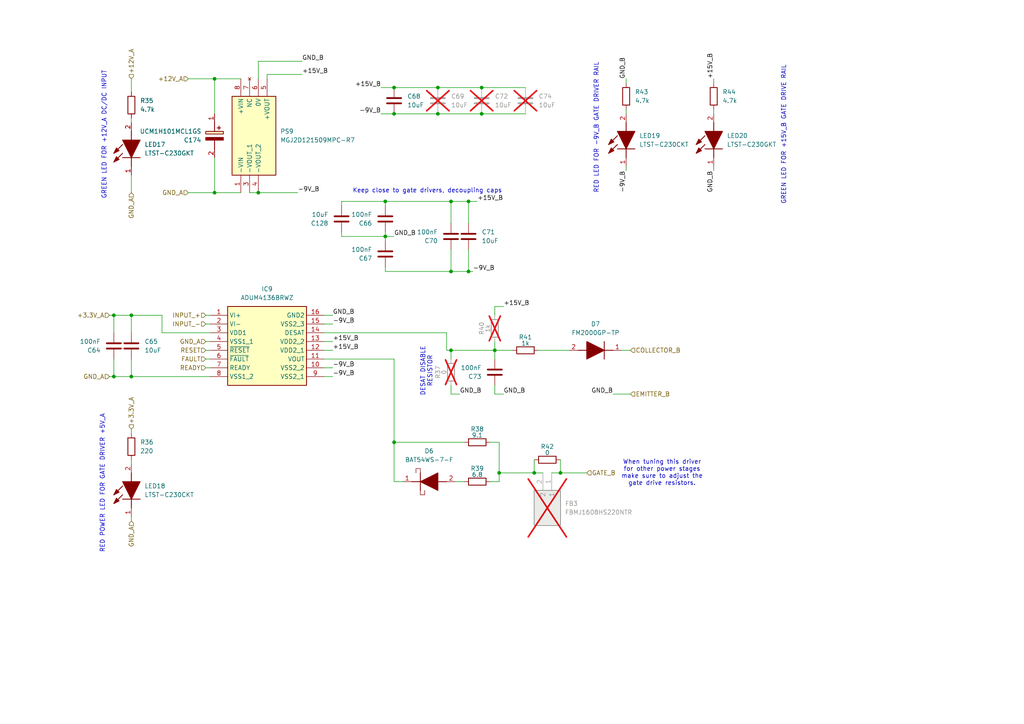
<source format=kicad_sch>
(kicad_sch (version 20250114) (generator "eeschema") (generator_version "9.0")
  (paper "A4")
  (lib_symbols
    (symbol "Device:C" (pin_numbers (hide yes)) (pin_names (offset 0.254))
      (property "Reference" "C" (at 0.635 2.54 0))
      (property "Value" "C" (at 0.635 -2.54 0))
      (symbol "C_0_1"
        (polyline (pts (xy -2.032 0.762) (xy 2.032 0.762)) (stroke (width 0.508)))
        (polyline (pts (xy -2.032 -0.762) (xy 2.032 -0.762)) (stroke (width 0.508)))
      )
      (symbol "C_1_1"
        (pin passive line (at 0 3.81 270) (length 2.794) (name "~") (number "1"))
        (pin passive line (at 0 -3.81 90) (length 2.794) (name "~") (number "2"))
      )
    )
    (symbol "Device:R" (pin_numbers (hide yes)) (pin_names (offset 0))
      (property "Reference" "R" (at 2.032 0 90))
      (property "Value" "R" (at 0 0 90))
      (symbol "R_0_1"
        (rectangle (start -1.016 -2.54) (end 1.016 2.54) (stroke (width 0.254)))
      )
      (symbol "R_1_1"
        (pin passive line (at 0 3.81 270) (length 1.27) (name "~") (number "1"))
        (pin passive line (at 0 -3.81 90) (length 1.27) (name "~") (number "2"))
      )
    )
    (symbol "InverterCom:ADUM4136BRWZ"
      (property "Reference" "IC" (at 29.21 7.62 0))
      (property "Value" "ADUM4136BRWZ" (at 29.21 5.08 0))
      (symbol "ADUM4136BRWZ_1_1"
        (rectangle (start 5.08 2.54) (end 27.94 -20.32) (stroke (width 0.254)) (fill (type background)))
        (pin input line (at 0 0 0) (length 5.08) (name "VI+") (number "1"))
        (pin input line (at 0 -2.54 0) (length 5.08) (name "VI-") (number "2"))
        (pin power_in line (at 0 -5.08 0) (length 5.08) (name "VDD1") (number "3"))
        (pin power_in line (at 0 -7.62 0) (length 5.08) (name "VSS1_1") (number "4"))
        (pin input line (at 0 -10.16 0) (length 5.08) (name "~{RESET}") (number "5"))
        (pin open_collector line (at 0 -12.7 0) (length 5.08) (name "~{FAULT}") (number "6"))
        (pin open_collector line (at 0 -15.24 0) (length 5.08) (name "READY") (number "7"))
        (pin power_in line (at 0 -17.78 0) (length 5.08) (name "VSS1_2") (number "8"))
        (pin power_in line (at 33.02 0 180) (length 5.08) (name "GND2") (number "16"))
        (pin power_in line (at 33.02 -2.54 180) (length 5.08) (name "VSS2_3") (number "15"))
        (pin input line (at 33.02 -5.08 180) (length 5.08) (name "DESAT") (number "14"))
        (pin power_in line (at 33.02 -7.62 180) (length 5.08) (name "VDD2_2") (number "13"))
        (pin power_in line (at 33.02 -10.16 180) (length 5.08) (name "VDD2_1") (number "12"))
        (pin output line (at 33.02 -12.7 180) (length 5.08) (name "VOUT") (number "11"))
        (pin power_in line (at 33.02 -15.24 180) (length 5.08) (name "VSS2_2") (number "10"))
        (pin power_in line (at 33.02 -17.78 180) (length 5.08) (name "VSS2_1") (number "9"))
      )
    )
    (symbol "InverterCom:BAT54WS-7-F" (pin_names (hide yes))
      (property "Reference" "D" (at 11.43 5.08 0))
      (property "Value" "BAT54WS-7-F" (at 11.43 2.54 0))
      (symbol "BAT54WS-7-F_0_1"
        (polyline (pts (xy 5.08 2.54) (xy 5.08 3.81) (xy 3.81 3.81) (xy 3.81 2.54)))
        (polyline (pts (xy 5.08 -2.54) (xy 5.08 -3.81) (xy 6.35 -3.81) (xy 6.35 -2.54)))
      )
      (symbol "BAT54WS-7-F_1_1"
        (polyline (pts (xy 2.54 0) (xy 5.08 0)) (stroke (width 0.254)))
        (polyline (pts (xy 5.08 2.54) (xy 5.08 -2.54)) (stroke (width 0.254)))
        (polyline (pts (xy 5.08 0) (xy 10.16 2.54) (xy 10.16 -2.54) (xy 5.08 0)) (stroke (width 0.254)) (fill (type outline)))
        (polyline (pts (xy 10.16 0) (xy 12.7 0)) (stroke (width 0.254)))
        (pin passive line (at 0 0 0) (length 2.54) (name "K") (number "1"))
        (pin passive line (at 15.24 0 180) (length 2.54) (name "A") (number "2"))
      )
    )
    (symbol "InverterCom:FBMJ1608HS220NTR"
      (property "Reference" "FB" (at 16.51 7.62 0))
      (property "Value" "FBMJ1608HS220NTR" (at 16.51 5.08 0))
      (symbol "FBMJ1608HS220NTR_1_1"
        (rectangle (start 5.08 2.54) (end 15.24 -5.08) (stroke (width 0.254)) (fill (type background)))
        (pin passive line (at 0 0 0) (length 5.08) (name "1") (number "1"))
        (pin passive line (at 0 -2.54 0) (length 5.08) (name "2") (number "2"))
      )
    )
    (symbol "InverterCom:FM2000GP-TP" (pin_names (hide yes))
      (property "Reference" "D" (at 11.43 5.08 0))
      (property "Value" "FM2000GP-TP" (at 11.43 2.54 0))
      (symbol "FM2000GP-TP_1_1"
        (polyline (pts (xy 2.54 0) (xy 5.08 0)) (stroke (width 0.254)))
        (polyline (pts (xy 5.08 2.54) (xy 5.08 -2.54)) (stroke (width 0.254)))
        (polyline (pts (xy 5.08 0) (xy 10.16 2.54) (xy 10.16 -2.54) (xy 5.08 0)) (stroke (width 0.254)) (fill (type outline)))
        (polyline (pts (xy 10.16 0) (xy 12.7 0)) (stroke (width 0.254)))
        (pin passive line (at 0 0 0) (length 2.54) (name "K") (number "1"))
        (pin passive line (at 15.24 0 180) (length 2.54) (name "A") (number "2"))
      )
    )
    (symbol "InverterCom:LTST-C230CKT" (pin_names (hide yes))
      (property "Reference" "LED" (at 12.7 8.89 0))
      (property "Value" "LTST-C230CKT" (at 12.7 6.35 0))
      (symbol "LTST-C230CKT_1_1"
        (polyline (pts (xy 2.54 0) (xy 5.08 0)) (stroke (width 0.254)))
        (polyline (pts (xy 5.08 2.54) (xy 5.08 -2.54)) (stroke (width 0.254)))
        (polyline (pts (xy 5.08 0) (xy 10.16 2.54) (xy 10.16 -2.54) (xy 5.08 0)) (stroke (width 0.254)) (fill (type outline)))
        (polyline (pts (xy 5.334 4.318) (xy 4.572 3.556) (xy 3.81 5.08) (xy 5.334 4.318)) (stroke (width 0.254)) (fill (type outline)))
        (polyline (pts (xy 6.35 2.54) (xy 3.81 5.08)) (stroke (width 0.254)))
        (polyline (pts (xy 7.874 4.318) (xy 7.112 3.556) (xy 6.35 5.08) (xy 7.874 4.318)) (stroke (width 0.254)) (fill (type outline)))
        (polyline (pts (xy 8.89 2.54) (xy 6.35 5.08)) (stroke (width 0.254)))
        (polyline (pts (xy 10.16 0) (xy 12.7 0)) (stroke (width 0.254)))
        (pin passive line (at 0 0 0) (length 2.54) (name "K") (number "1"))
        (pin passive line (at 15.24 0 180) (length 2.54) (name "A") (number "2"))
      )
    )
    (symbol "InverterCom:LTST-C230GKT" (pin_names (hide yes))
      (property "Reference" "LED" (at 12.7 8.89 0))
      (property "Value" "LTST-C230GKT" (at 12.7 6.35 0))
      (symbol "LTST-C230GKT_1_1"
        (polyline (pts (xy 2.54 0) (xy 5.08 0)) (stroke (width 0.254)))
        (polyline (pts (xy 5.08 2.54) (xy 5.08 -2.54)) (stroke (width 0.254)))
        (polyline (pts (xy 5.08 0) (xy 10.16 2.54) (xy 10.16 -2.54) (xy 5.08 0)) (stroke (width 0.254)) (fill (type outline)))
        (polyline (pts (xy 5.334 4.318) (xy 4.572 3.556) (xy 3.81 5.08) (xy 5.334 4.318)) (stroke (width 0.254)) (fill (type outline)))
        (polyline (pts (xy 6.35 2.54) (xy 3.81 5.08)) (stroke (width 0.254)))
        (polyline (pts (xy 7.874 4.318) (xy 7.112 3.556) (xy 6.35 5.08) (xy 7.874 4.318)) (stroke (width 0.254)) (fill (type outline)))
        (polyline (pts (xy 8.89 2.54) (xy 6.35 5.08)) (stroke (width 0.254)))
        (polyline (pts (xy 10.16 0) (xy 12.7 0)) (stroke (width 0.254)))
        (pin passive line (at 0 0 0) (length 2.54) (name "K") (number "1"))
        (pin passive line (at 15.24 0 180) (length 2.54) (name "A") (number "2"))
      )
    )
    (symbol "InverterCom:MGJ2D121509MPC-R7"
      (property "Reference" "PS" (at 29.21 7.62 0))
      (property "Value" "MGJ2D121509MPC-R7" (at 29.21 5.08 0))
      (symbol "MGJ2D121509MPC-R7_1_1"
        (rectangle (start 5.08 2.54) (end 27.94 -10.16) (stroke (width 0.254)) (fill (type background)))
        (pin power_in line (at 0 0 0) (length 5.08) (name "-VIN") (number "1"))
        (pin power_out line (at 0 -2.54 0) (length 5.08) (name "-VOUT_1") (number "3"))
        (pin passive line (at 0 -5.08 0) (length 5.08) (name "-VOUT_2") (number "4"))
        (pin power_in line (at 33.02 0 180) (length 5.08) (name "+VIN") (number "8"))
        (pin no_connect line (at 33.02 -2.54 180) (length 5.08) (name "NC") (number "7"))
        (pin power_out line (at 33.02 -5.08 180) (length 5.08) (name "0V") (number "6"))
        (pin power_out line (at 33.02 -7.62 180) (length 5.08) (name "+VOUT") (number "5"))
      )
    )
    (symbol "InverterCom:UCM1H101MCL1GS" (pin_names (hide yes))
      (property "Reference" "C" (at 8.89 6.35 0))
      (property "Value" "UCM1H101MCL1GS" (at 8.89 3.81 0))
      (symbol "UCM1H101MCL1GS_1_1"
        (polyline (pts (xy 2.54 0) (xy 5.08 0)) (stroke (width 0.254)))
        (polyline (pts (xy 4.064 1.778) (xy 4.064 0.762)) (stroke (width 0.254)))
        (polyline (pts (xy 4.572 1.27) (xy 3.556 1.27)) (stroke (width 0.254)))
        (rectangle (start 5.08 2.54) (end 5.842 -2.54) (stroke (width 0.254)) (fill (type background)))
        (polyline (pts (xy 7.62 2.54) (xy 7.62 -2.54) (xy 6.858 -2.54) (xy 6.858 2.54) (xy 7.62 2.54)) (stroke (width 0.254)) (fill (type outline)))
        (polyline (pts (xy 7.62 0) (xy 10.16 0)) (stroke (width 0.254)))
        (pin passive line (at 0 0 0) (length 2.54) (name "+") (number "1"))
        (pin passive line (at 12.7 0 180) (length 2.54) (name "-") (number "2"))
      )
    )
  )
  (text "When tuning this driver\nfor other power stages\nmake sure to adjust the\ngate drive resistors." (at 192.024 137.16 0) (effects (font (size 1.27 1.27))))
  (text "GREEN LED FOR +12V_A DC/DC INPUT" (at 30.226 39.116 90) (effects (font (size 1.27 1.27))))
  (text "GREEN LED FOR +15V_B GATE DRIVE RAIL" (at 227.33 39.116 90) (effects (font (size 1.27 1.27))))
  (text "Keep close to gate drivers, decoupling caps" (at 123.952 55.372 0) (effects (font (size 1.27 1.27))))
  (text "DESAT DISABLE\nRESISTOR" (at 123.698 107.696 90) (effects (font (size 1.27 1.27))))
  (text "RED POWER LED FOR GATE DRIVER +5V_A" (at 29.718 140.208 90) (effects (font (size 1.27 1.27))))
  (text "RED LED FOR -9V_B GATE DRIVER RAIL" (at 172.974 37.084 90) (effects (font (size 1.27 1.27))))
  (junction (at 38.1 109.22))
  (junction (at 111.76 58.42))
  (junction (at 62.23 55.88))
  (junction (at 127 33.02))
  (junction (at 127 25.4))
  (junction (at 33.02 91.44))
  (junction (at 111.76 68.58))
  (junction (at 154.94 137.16))
  (junction (at 139.7 33.02))
  (junction (at 144.78 137.16))
  (junction (at 74.93 55.88))
  (junction (at 38.1 91.44))
  (junction (at 143.51 101.6))
  (junction (at 135.89 78.74))
  (junction (at 135.89 58.42))
  (junction (at 114.3 128.27))
  (junction (at 130.81 78.74))
  (junction (at 62.23 22.86))
  (junction (at 130.81 101.6))
  (junction (at 162.56 137.16))
  (junction (at 130.81 58.42))
  (junction (at 114.3 25.4))
  (junction (at 33.02 109.22))
  (junction (at 114.3 33.02))
  (junction (at 139.7 25.4))
  (wire (pts (xy 38.1 124.46) (xy 38.1 125.73)))
  (wire (pts (xy 114.3 128.27) (xy 134.62 128.27)))
  (wire (pts (xy 135.89 58.42) (xy 135.89 64.77)))
  (wire (pts (xy 207.01 31.75) (xy 207.01 33.02)))
  (wire (pts (xy 74.93 17.78) (xy 74.93 22.86)))
  (wire (pts (xy 144.78 128.27) (xy 144.78 137.16)))
  (wire (pts (xy 139.7 33.02) (xy 152.4 33.02)))
  (wire (pts (xy 38.1 91.44) (xy 38.1 96.52)))
  (wire (pts (xy 154.94 137.16) (xy 157.48 137.16)))
  (wire (pts (xy 143.51 88.9) (xy 143.51 91.44)))
  (wire (pts (xy 93.98 91.44) (xy 96.52 91.44)))
  (wire (pts (xy 38.1 50.8) (xy 38.1 55.88)))
  (wire (pts (xy 33.02 91.44) (xy 33.02 96.52)))
  (wire (pts (xy 31.75 109.22) (xy 33.02 109.22)))
  (wire (pts (xy 111.76 78.74) (xy 111.76 77.47)))
  (wire (pts (xy 135.89 58.42) (xy 138.43 58.42)))
  (wire (pts (xy 156.21 101.6) (xy 165.1 101.6)))
  (wire (pts (xy 114.3 139.7) (xy 114.3 128.27)))
  (wire (pts (xy 33.02 109.22) (xy 38.1 109.22)))
  (wire (pts (xy 38.1 149.86) (xy 38.1 151.13)))
  (wire (pts (xy 99.06 58.42) (xy 111.76 58.42)))
  (wire (pts (xy 31.75 91.44) (xy 33.02 91.44)))
  (wire (pts (xy 130.81 58.42) (xy 130.81 64.77)))
  (wire (pts (xy 207.01 22.86) (xy 207.01 24.13)))
  (wire (pts (xy 38.1 133.35) (xy 38.1 134.62)))
  (wire (pts (xy 62.23 45.72) (xy 62.23 55.88)))
  (wire (pts (xy 93.98 93.98) (xy 96.52 93.98)))
  (wire (pts (xy 181.61 48.26) (xy 181.61 49.53)))
  (wire (pts (xy 99.06 68.58) (xy 111.76 68.58)))
  (wire (pts (xy 110.49 33.02) (xy 114.3 33.02)))
  (wire (pts (xy 142.24 139.7) (xy 144.78 139.7)))
  (wire (pts (xy 116.84 139.7) (xy 114.3 139.7)))
  (wire (pts (xy 87.63 21.59) (xy 77.47 21.59)))
  (wire (pts (xy 99.06 58.42) (xy 99.06 59.69)))
  (wire (pts (xy 93.98 104.14) (xy 114.3 104.14)))
  (wire (pts (xy 177.8 114.3) (xy 182.88 114.3)))
  (wire (pts (xy 130.81 114.3) (xy 133.35 114.3)))
  (wire (pts (xy 114.3 104.14) (xy 114.3 128.27)))
  (wire (pts (xy 162.56 137.16) (xy 160.02 137.16)))
  (wire (pts (xy 132.08 139.7) (xy 134.62 139.7)))
  (wire (pts (xy 110.49 25.4) (xy 114.3 25.4)))
  (wire (pts (xy 144.78 137.16) (xy 154.94 137.16)))
  (wire (pts (xy 111.76 58.42) (xy 111.76 59.69)))
  (wire (pts (xy 130.81 101.6) (xy 130.81 104.14)))
  (wire (pts (xy 93.98 96.52) (xy 129.54 96.52)))
  (wire (pts (xy 60.96 104.14) (xy 59.69 104.14)))
  (wire (pts (xy 96.52 109.22) (xy 93.98 109.22)))
  (wire (pts (xy 130.81 111.76) (xy 130.81 114.3)))
  (wire (pts (xy 38.1 109.22) (xy 60.96 109.22)))
  (wire (pts (xy 180.34 101.6) (xy 182.88 101.6)))
  (wire (pts (xy 60.96 93.98) (xy 59.69 93.98)))
  (wire (pts (xy 54.61 55.88) (xy 62.23 55.88)))
  (wire (pts (xy 114.3 25.4) (xy 127 25.4)))
  (wire (pts (xy 146.05 114.3) (xy 143.51 114.3)))
  (wire (pts (xy 62.23 22.86) (xy 69.85 22.86)))
  (wire (pts (xy 130.81 58.42) (xy 135.89 58.42)))
  (wire (pts (xy 38.1 22.86) (xy 38.1 26.67)))
  (wire (pts (xy 154.94 133.35) (xy 154.94 137.16)))
  (wire (pts (xy 111.76 67.31) (xy 111.76 68.58)))
  (wire (pts (xy 111.76 78.74) (xy 130.81 78.74)))
  (wire (pts (xy 170.18 137.16) (xy 162.56 137.16)))
  (wire (pts (xy 143.51 114.3) (xy 143.51 111.76)))
  (wire (pts (xy 135.89 72.39) (xy 135.89 78.74)))
  (wire (pts (xy 96.52 101.6) (xy 93.98 101.6)))
  (wire (pts (xy 181.61 31.75) (xy 181.61 33.02)))
  (wire (pts (xy 60.96 101.6) (xy 59.69 101.6)))
  (wire (pts (xy 142.24 128.27) (xy 144.78 128.27)))
  (wire (pts (xy 146.05 88.9) (xy 143.51 88.9)))
  (wire (pts (xy 96.52 99.06) (xy 93.98 99.06)))
  (wire (pts (xy 181.61 22.86) (xy 181.61 24.13)))
  (wire (pts (xy 33.02 91.44) (xy 38.1 91.44)))
  (wire (pts (xy 129.54 96.52) (xy 129.54 101.6)))
  (wire (pts (xy 60.96 99.06) (xy 59.69 99.06)))
  (wire (pts (xy 54.61 22.86) (xy 62.23 22.86)))
  (wire (pts (xy 111.76 68.58) (xy 114.3 68.58)))
  (wire (pts (xy 99.06 67.31) (xy 99.06 68.58)))
  (wire (pts (xy 38.1 34.29) (xy 38.1 35.56)))
  (wire (pts (xy 143.51 101.6) (xy 143.51 104.14)))
  (wire (pts (xy 144.78 137.16) (xy 144.78 139.7)))
  (wire (pts (xy 130.81 101.6) (xy 143.51 101.6)))
  (wire (pts (xy 46.99 96.52) (xy 60.96 96.52)))
  (wire (pts (xy 148.59 101.6) (xy 143.51 101.6)))
  (wire (pts (xy 127 33.02) (xy 139.7 33.02)))
  (wire (pts (xy 111.76 69.85) (xy 111.76 68.58)))
  (wire (pts (xy 60.96 91.44) (xy 59.69 91.44)))
  (wire (pts (xy 129.54 101.6) (xy 130.81 101.6)))
  (wire (pts (xy 130.81 78.74) (xy 135.89 78.74)))
  (wire (pts (xy 139.7 25.4) (xy 152.4 25.4)))
  (wire (pts (xy 38.1 91.44) (xy 46.99 91.44)))
  (wire (pts (xy 114.3 33.02) (xy 127 33.02)))
  (wire (pts (xy 46.99 91.44) (xy 46.99 96.52)))
  (wire (pts (xy 143.51 101.6) (xy 143.51 99.06)))
  (wire (pts (xy 62.23 55.88) (xy 69.85 55.88)))
  (wire (pts (xy 72.39 55.88) (xy 74.93 55.88)))
  (wire (pts (xy 111.76 58.42) (xy 130.81 58.42)))
  (wire (pts (xy 96.52 106.68) (xy 93.98 106.68)))
  (wire (pts (xy 38.1 104.14) (xy 38.1 109.22)))
  (wire (pts (xy 62.23 22.86) (xy 62.23 33.02)))
  (wire (pts (xy 87.63 17.78) (xy 74.93 17.78)))
  (wire (pts (xy 127 25.4) (xy 139.7 25.4)))
  (wire (pts (xy 74.93 55.88) (xy 86.36 55.88)))
  (wire (pts (xy 207.01 48.26) (xy 207.01 49.53)))
  (wire (pts (xy 130.81 72.39) (xy 130.81 78.74)))
  (wire (pts (xy 135.89 78.74) (xy 137.16 78.74)))
  (wire (pts (xy 77.47 21.59) (xy 77.47 22.86)))
  (wire (pts (xy 162.56 133.35) (xy 162.56 137.16)))
  (wire (pts (xy 33.02 104.14) (xy 33.02 109.22)))
  (wire (pts (xy 60.96 106.68) (xy 59.69 106.68)))
  (label "-9V_B" (at 137.16 78.74 0))
  (label "GND_B" (at 96.52 91.44 0))
  (label "+15V_B" (at 110.49 25.4 180))
  (label "GND_B" (at 181.61 22.86 90))
  (label "-9V_B" (at 110.49 33.02 180))
  (label "+15V_B" (at 96.52 99.06 0))
  (label "-9V_B" (at 96.52 109.22 0))
  (label "-9V_B" (at 86.36 55.88 0))
  (label "GND_B" (at 87.63 17.78 0))
  (label "+15V_B" (at 96.52 101.6 0))
  (label "+15V_B" (at 207.01 22.86 90))
  (label "GND_B" (at 207.01 49.53 270))
  (label "GND_B" (at 177.8 114.3 180))
  (label "-9V_B" (at 96.52 93.98 0))
  (label "+15V_B" (at 146.05 88.9 0))
  (label "-9V_B" (at 181.61 49.53 270))
  (label "-9V_B" (at 96.52 106.68 0))
  (label "GND_B" (at 146.05 114.3 0))
  (label "+15V_B" (at 87.63 21.59 0))
  (label "GND_B" (at 133.35 114.3 0))
  (label "+15V_B" (at 138.43 58.42 0))
  (label "GND_B" (at 114.3 68.58 0))
  (hierarchical_label "GND_A" (shape input) (at 38.1 151.13 270))
  (hierarchical_label "+3.3V_A" (shape input) (at 31.75 91.44 180))
  (hierarchical_label "GND_A" (shape input) (at 31.75 109.22 180))
  (hierarchical_label "GND_A" (shape input) (at 54.61 55.88 180))
  (hierarchical_label "INPUT_-" (shape input) (at 59.69 93.98 180))
  (hierarchical_label "INPUT_+" (shape input) (at 59.69 91.44 180))
  (hierarchical_label "FAULT" (shape input) (at 59.69 104.14 180))
  (hierarchical_label "GND_A" (shape input) (at 59.69 99.06 180))
  (hierarchical_label "EMITTER_B" (shape input) (at 182.88 114.3 0))
  (hierarchical_label "+12V_A" (shape input) (at 54.61 22.86 180))
  (hierarchical_label "+12V_A" (shape input) (at 38.1 22.86 90))
  (hierarchical_label "+3.3V_A" (shape input) (at 38.1 124.46 90))
  (hierarchical_label "RESET" (shape input) (at 59.69 101.6 180))
  (hierarchical_label "GND_A" (shape input) (at 38.1 55.88 270))
  (hierarchical_label "COLLECTOR_B" (shape input) (at 182.88 101.6 0))
  (hierarchical_label "GATE_B" (shape input) (at 170.18 137.16 0))
  (hierarchical_label "READY" (shape input) (at 59.69 106.68 180))
  (symbol (lib_id "Device:C") (at 111.76 73.66 180) (unit 1)
    (property "Reference" "C41" (at 107.95 74.9301 0) (effects (justify left)))
    (property "Value" "100nF" (at 107.95 72.39 0) (effects (justify left)))
    (property "Footprint" "Capacitor_SMD:C_1210_3225Metric_Pad1.33x2.70mm_HandSolder" (effects (hide yes)))
    (property "Description" "Unpolarized capacitor" (effects (hide yes)))
    (instances (project "ControlBoard" (path "" (reference "C67") (unit 1)) (path "" (reference "C100") (unit 1)) (path "" (reference "C78") (unit 1)) (path "" (reference "C89") (unit 1)) (path "" (reference "C56") (unit 1)) (path "" (reference "C41") (unit 1))))
  )
  (symbol (lib_id "Device:C") (at 135.89 68.58 0) (unit 1)
    (property "Reference" "C45" (at 139.7 67.3099 0) (effects (justify left)))
    (property "Value" "10uF" (at 139.7 69.8499 0) (effects (justify left)))
    (property "Footprint" "Capacitor_SMD:C_1210_3225Metric_Pad1.33x2.70mm_HandSolder" (effects (hide yes)))
    (property "Description" "Unpolarized capacitor" (effects (hide yes)))
    (instances (project "ControlBoard" (path "" (reference "C71") (unit 1)) (path "" (reference "C104") (unit 1)) (path "" (reference "C82") (unit 1)) (path "" (reference "C93") (unit 1)) (path "" (reference "C60") (unit 1)) (path "" (reference "C45") (unit 1))))
  )
  (symbol (lib_id "Device:C") (at 152.4 29.21 0) (unit 1) (dnp yes)
    (property "Reference" "C48" (at 156.21 27.9399 0) (effects (justify left)))
    (property "Value" "10uF" (at 156.21 30.4799 0) (effects (justify left)))
    (property "Footprint" "Capacitor_SMD:C_1210_3225Metric_Pad1.33x2.70mm_HandSolder" (effects (hide yes)))
    (property "Description" "Unpolarized capacitor" (effects (hide yes)))
    (instances (project "ControlBoard" (path "" (reference "C74") (unit 1)) (path "" (reference "C107") (unit 1)) (path "" (reference "C85") (unit 1)) (path "" (reference "C96") (unit 1)) (path "" (reference "C63") (unit 1)) (path "" (reference "C48") (unit 1))))
  )
  (symbol (lib_id "InverterCom:LTST-C230CKT") (at 38.1 149.86 90) (unit 1)
    (property "Reference" "LED8" (at 41.91 140.9699 90) (effects (justify right)))
    (property "Value" "LTST-C230CKT" (at 41.91 143.5099 90) (effects (justify right)))
    (property "Footprint" "InverterCom:LEDC3216X120N" (effects (hide yes)))
    (property "Description" "Standard LEDs - SMD Red Clear 638nm" (effects (hide yes)))
    (property "Height" "1.2" (effects (hide yes)))
    (property "Mouser Part Number" "859-LTST-C230CKT" (effects (hide yes)))
    (property "Mouser Price/Stock" "https://www.mouser.co.uk/ProductDetail/Lite-On/LTST-C230CKT?qs=Ajas4iFhtucdJAOTHdHdqw%3D%3D" (effects (hide yes)))
    (property "Manufacturer_Name" "Lite-On" (effects (hide yes)))
    (property "Manufacturer_Part_Number" "LTST-C230CKT" (effects (hide yes)))
    (instances (project "ControlBoard" (path "" (reference "LED18") (unit 1)) (path "" (reference "LED30") (unit 1)) (path "" (reference "LED22") (unit 1)) (path "" (reference "LED26") (unit 1)) (path "" (reference "LED14") (unit 1)) (path "" (reference "LED8") (unit 1))))
  )
  (symbol (lib_id "InverterCom:BAT54WS-7-F") (at 116.84 139.7 0) (unit 1)
    (property "Reference" "D1" (at 124.46 130.81 0))
    (property "Value" "BAT54WS-7-F" (at 124.46 133.35 0))
    (property "Footprint" "InverterCom:SOD2513X120N" (effects (hide yes)))
    (property "Datasheet" "https://www.diodes.com//assets/Datasheets/BAT54WS.pdf" (effects (hide yes)))
    (property "Description" "Diodes Inc BAT54WS-7-F, SMT Schottky Switching Diode, 30V 200mA, 5ns, 2-Pin SOD-323" (effects (hide yes)))
    (property "Height" "1.2" (effects (hide yes)))
    (property "Mouser Part Number" "621-BAT54WS-F" (effects (hide yes)))
    (property "Mouser Price/Stock" "https://www.mouser.co.uk/ProductDetail/Diodes-Incorporated/BAT54WS-7-F?qs=BJo294706GxanB6a%2FKrrdw%3D%3D" (effects (hide yes)))
    (property "Manufacturer_Name" "Diodes Incorporated" (effects (hide yes)))
    (property "Manufacturer_Part_Number" "BAT54WS-7-F" (effects (hide yes)))
    (instances (project "ControlBoard" (path "" (reference "D6") (unit 1)) (path "" (reference "D12") (unit 1)) (path "" (reference "D8") (unit 1)) (path "" (reference "D10") (unit 1)) (path "" (reference "D4") (unit 1)) (path "" (reference "D1") (unit 1))))
  )
  (symbol (lib_id "Device:R") (at 152.4 101.6 270) (unit 1)
    (property "Reference" "R19" (at 152.4 97.79 90))
    (property "Value" "1k" (at 152.4 99.568 90))
    (property "Footprint" "Resistor_SMD:R_1210_3225Metric_Pad1.30x2.65mm_HandSolder" (effects (hide yes)))
    (property "Description" "Resistor" (effects (hide yes)))
    (instances (project "ControlBoard" (path "" (reference "R41") (unit 1)) (path "" (reference "R71") (unit 1)) (path "" (reference "R51") (unit 1)) (path "" (reference "R61") (unit 1)) (path "" (reference "R31") (unit 1)) (path "" (reference "R19") (unit 1))))
  )
  (symbol (lib_id "Device:C") (at 143.51 107.95 180) (unit 1)
    (property "Reference" "C47" (at 139.7 109.2201 0) (effects (justify left)))
    (property "Value" "100nF" (at 139.7 106.68 0) (effects (justify left)))
    (property "Footprint" "Capacitor_SMD:C_1210_3225Metric_Pad1.33x2.70mm_HandSolder" (effects (hide yes)))
    (property "Description" "Unpolarized capacitor" (effects (hide yes)))
    (instances (project "ControlBoard" (path "" (reference "C73") (unit 1)) (path "" (reference "C106") (unit 1)) (path "" (reference "C84") (unit 1)) (path "" (reference "C95") (unit 1)) (path "" (reference "C62") (unit 1)) (path "" (reference "C47") (unit 1))))
  )
  (symbol (lib_id "Device:C") (at 114.3 29.21 0) (unit 1)
    (property "Reference" "C42" (at 118.11 27.9399 0) (effects (justify left)))
    (property "Value" "10uF" (at 118.11 30.4799 0) (effects (justify left)))
    (property "Footprint" "Capacitor_SMD:C_1210_3225Metric_Pad1.33x2.70mm_HandSolder" (effects (hide yes)))
    (property "Description" "Unpolarized capacitor" (effects (hide yes)))
    (instances (project "ControlBoard" (path "" (reference "C68") (unit 1)) (path "" (reference "C101") (unit 1)) (path "" (reference "C79") (unit 1)) (path "" (reference "C90") (unit 1)) (path "" (reference "C57") (unit 1)) (path "" (reference "C42") (unit 1))))
  )
  (symbol (lib_id "Device:R") (at 38.1 129.54 180) (unit 1)
    (property "Reference" "R14" (at 40.64 128.2699 0) (effects (justify right)))
    (property "Value" "220" (at 40.64 130.8099 0) (effects (justify right)))
    (property "Footprint" "Resistor_SMD:R_1210_3225Metric_Pad1.30x2.65mm_HandSolder" (effects (hide yes)))
    (property "Description" "Resistor" (effects (hide yes)))
    (instances (project "ControlBoard" (path "" (reference "R36") (unit 1)) (path "" (reference "R66") (unit 1)) (path "" (reference "R46") (unit 1)) (path "" (reference "R56") (unit 1)) (path "" (reference "R26") (unit 1)) (path "" (reference "R14") (unit 1))))
  )
  (symbol (lib_id "Device:R") (at 207.01 27.94 180) (unit 1)
    (property "Reference" "R22" (at 209.55 26.6699 0) (effects (justify right)))
    (property "Value" "4.7k" (at 209.55 29.2099 0) (effects (justify right)))
    (property "Footprint" "Resistor_SMD:R_1210_3225Metric_Pad1.30x2.65mm_HandSolder" (effects (hide yes)))
    (property "Description" "Resistor" (effects (hide yes)))
    (instances (project "ControlBoard" (path "" (reference "R44") (unit 1)) (path "" (reference "R74") (unit 1)) (path "" (reference "R54") (unit 1)) (path "" (reference "R64") (unit 1)) (path "" (reference "R34") (unit 1)) (path "" (reference "R22") (unit 1))))
  )
  (symbol (lib_id "Device:C") (at 99.06 63.5 180) (unit 1)
    (property "Reference" "C126" (at 95.25 64.7701 0) (effects (justify left)))
    (property "Value" "10uF" (at 95.25 62.23 0) (effects (justify left)))
    (property "Footprint" "Capacitor_SMD:C_1210_3225Metric_Pad1.33x2.70mm_HandSolder" (effects (hide yes)))
    (property "Description" "Unpolarized capacitor" (effects (hide yes)))
    (instances (project "ControlBoard" (path "" (reference "C128") (unit 1)) (path "" (reference "C131") (unit 1)) (path "" (reference "C129") (unit 1)) (path "" (reference "C130") (unit 1)) (path "" (reference "C127") (unit 1)) (path "" (reference "C126") (unit 1))))
  )
  (symbol (lib_id "Device:C") (at 38.1 100.33 0) (unit 1)
    (property "Reference" "C39" (at 41.91 99.0599 0) (effects (justify left)))
    (property "Value" "10uF" (at 41.91 101.5999 0) (effects (justify left)))
    (property "Footprint" "Capacitor_SMD:C_1210_3225Metric_Pad1.33x2.70mm_HandSolder" (effects (hide yes)))
    (property "Description" "Unpolarized capacitor" (effects (hide yes)))
    (instances (project "ControlBoard" (path "" (reference "C65") (unit 1)) (path "" (reference "C98") (unit 1)) (path "" (reference "C76") (unit 1)) (path "" (reference "C87") (unit 1)) (path "" (reference "C54") (unit 1)) (path "" (reference "C39") (unit 1))))
  )
  (symbol (lib_id "InverterCom:MGJ2D121509MPC-R7") (at 69.85 55.88 90) (unit 1)
    (property "Reference" "PS5" (at 81.28 38.0999 90) (effects (justify right)))
    (property "Value" "MGJ2D121509MPC-R7" (at 81.28 40.6399 90) (effects (justify right)))
    (property "Footprint" "InverterCom:MGJ2D121509MPCR7" (effects (hide yes)))
    (property "Datasheet" "https://www.mouser.jp/datasheet/2/281/1/KDC_MGJ2SM-2941076.pdf" (effects (hide yes)))
    (property "Description" "Isolated DC/DC Converters DC/DC 1W SM 12-15/9V 5.2KV" (effects (hide yes)))
    (property "Height" "4.84" (effects (hide yes)))
    (property "Mouser Part Number" "580-MGJ2D121509MPCR7" (effects (hide yes)))
    (property "Mouser Price/Stock" "https://www.mouser.co.uk/ProductDetail/Murata-Power-Solutions/MGJ2D121509MPC-R7?qs=QNEnbhJQKva%252B8ZMbPXWu1Q%3D%3D" (effects (hide yes)))
    (property "Manufacturer_Name" "Murata Electronics" (effects (hide yes)))
    (property "Manufacturer_Part_Number" "MGJ2D121509MPC-R7" (effects (hide yes)))
    (instances (project "ControlBoard" (path "" (reference "PS9") (unit 1)) (path "" (reference "PS12") (unit 1)) (path "" (reference "PS10") (unit 1)) (path "" (reference "PS11") (unit 1)) (path "" (reference "PS8") (unit 1)) (path "" (reference "PS5") (unit 1))))
  )
  (symbol (lib_id "Device:C") (at 111.76 63.5 180) (unit 1)
    (property "Reference" "C40" (at 107.95 64.7701 0) (effects (justify left)))
    (property "Value" "100nF" (at 107.95 62.23 0) (effects (justify left)))
    (property "Footprint" "Capacitor_SMD:C_1210_3225Metric_Pad1.33x2.70mm_HandSolder" (effects (hide yes)))
    (property "Description" "Unpolarized capacitor" (effects (hide yes)))
    (instances (project "ControlBoard" (path "" (reference "C66") (unit 1)) (path "" (reference "C99") (unit 1)) (path "" (reference "C77") (unit 1)) (path "" (reference "C88") (unit 1)) (path "" (reference "C55") (unit 1)) (path "" (reference "C40") (unit 1))))
  )
  (symbol (lib_id "InverterCom:FBMJ1608HS220NTR") (at 160.02 137.16 270) (unit 1) (dnp yes)
    (property "Reference" "FB1" (at 163.83 146.0499 90) (effects (justify left)))
    (property "Value" "FBMJ1608HS220NTR" (at 163.83 148.5899 90) (effects (justify left)))
    (property "Footprint" "InverterCom:BEADC1608X100N" (effects (hide yes)))
    (property "Description" "TAIYO YUDEN - FBMJ1608HS220NTR - FERRITE BEAD, 22 OHM, 7.5A, 0603" (effects (hide yes)))
    (property "Height" "1" (effects (hide yes)))
    (property "Mouser Part Number" "963-FBMJ1608HS220NTR" (effects (hide yes)))
    (property "Mouser Price/Stock" "https://www.mouser.co.uk/ProductDetail/TAIYO-YUDEN/FBMJ1608HS220NTR?qs=qEEMd6hQM8XfqBRLulOo%2FQ%3D%3D" (effects (hide yes)))
    (property "Manufacturer_Name" "TAIYO YUDEN" (effects (hide yes)))
    (property "Manufacturer_Part_Number" "FBMJ1608HS220NTR" (effects (hide yes)))
    (instances (project "" (path "" (reference "FB3") (unit 1)) (path "" (reference "FB6") (unit 1)) (path "" (reference "FB4") (unit 1)) (path "" (reference "FB5") (unit 1)) (path "" (reference "FB2") (unit 1)) (path "" (reference "FB1") (unit 1))))
  )
  (symbol (lib_id "InverterCom:UCM1H101MCL1GS") (at 62.23 33.02 270) (unit 1)
    (property "Reference" "C172" (at 58.42 40.6401 90) (effects (justify right)))
    (property "Value" "UCM1H101MCL1GS" (at 58.42 38.1001 90) (effects (justify right)))
    (property "Footprint" "InverterCom:CAPAE660X800N" (effects (hide yes)))
    (property "Datasheet" "http://www.nichicon.co.jp/english/products/pdfs/e-ucm.pdf" (effects (hide yes)))
    (property "Description" "Nichicon 100uF 50 V Aluminium Electrolytic Capacitor SMD, CM Series 2000h 6.3 (Dia.) x 7.7mm" (effects (hide yes)))
    (property "Height" "8" (effects (hide yes)))
    (property "Mouser Part Number" "647-UCM1H101MCL1GS" (effects (hide yes)))
    (property "Mouser Price/Stock" "https://www.mouser.co.uk/ProductDetail/Nichicon/UCM1H101MCL1GS?qs=DSgADHjnLTkk%252B%2Fewo0WoDQ%3D%3D" (effects (hide yes)))
    (property "Manufacturer_Name" "Nichicon" (effects (hide yes)))
    (property "Manufacturer_Part_Number" "UCM1H101MCL1GS" (effects (hide yes)))
    (instances (project "ControlBoard" (path "" (reference "C174") (unit 1)) (path "" (reference "C177") (unit 1)) (path "" (reference "C175") (unit 1)) (path "" (reference "C176") (unit 1)) (path "" (reference "C173") (unit 1)) (path "" (reference "C172") (unit 1))))
  )
  (symbol (lib_id "Device:R") (at 138.43 128.27 270) (unit 1)
    (property "Reference" "R16" (at 138.43 124.46 90))
    (property "Value" "9.1" (at 138.43 126.238 90))
    (property "Footprint" "Resistor_SMD:R_1210_3225Metric_Pad1.30x2.65mm_HandSolder" (effects (hide yes)))
    (property "Description" "Resistor" (effects (hide yes)))
    (instances (project "ControlBoard" (path "" (reference "R38") (unit 1)) (path "" (reference "R68") (unit 1)) (path "" (reference "R48") (unit 1)) (path "" (reference "R58") (unit 1)) (path "" (reference "R28") (unit 1)) (path "" (reference "R16") (unit 1))))
  )
  (symbol (lib_id "InverterCom:LTST-C230GKT") (at 38.1 50.8 90) (unit 1)
    (property "Reference" "LED7" (at 41.91 41.9099 90) (effects (justify right)))
    (property "Value" "LTST-C230GKT" (at 41.91 44.4499 90) (effects (justify right)))
    (property "Footprint" "InverterCom:LEDC3216X120N" (effects (hide yes)))
    (property "Description" "Lite-On LTST-C230GKT Green LED, 569 nm, 3016 (1206), Rectangle Lens SMD Package" (effects (hide yes)))
    (property "Height" "1.2" (effects (hide yes)))
    (property "Mouser Part Number" "859-LTST-C230GKT" (effects (hide yes)))
    (property "Mouser Price/Stock" "https://www.mouser.co.uk/ProductDetail/Lite-On/LTST-C230GKT?qs=7ZnIBiPc9DrbEstVFO1DAg%3D%3D" (effects (hide yes)))
    (property "Manufacturer_Name" "Lite-On" (effects (hide yes)))
    (property "Manufacturer_Part_Number" "LTST-C230GKT" (effects (hide yes)))
    (instances (project "ControlBoard" (path "" (reference "LED17") (unit 1)) (path "" (reference "LED29") (unit 1)) (path "" (reference "LED21") (unit 1)) (path "" (reference "LED25") (unit 1)) (path "" (reference "LED13") (unit 1)) (path "" (reference "LED7") (unit 1))))
  )
  (symbol (lib_id "Device:C") (at 33.02 100.33 180) (unit 1)
    (property "Reference" "C38" (at 29.21 101.6001 0) (effects (justify left)))
    (property "Value" "100nF" (at 29.21 99.06 0) (effects (justify left)))
    (property "Footprint" "Capacitor_SMD:C_1210_3225Metric_Pad1.33x2.70mm_HandSolder" (effects (hide yes)))
    (property "Description" "Unpolarized capacitor" (effects (hide yes)))
    (instances (project "ControlBoard" (path "" (reference "C64") (unit 1)) (path "" (reference "C97") (unit 1)) (path "" (reference "C75") (unit 1)) (path "" (reference "C86") (unit 1)) (path "" (reference "C53") (unit 1)) (path "" (reference "C38") (unit 1))))
  )
  (symbol (lib_id "InverterCom:ADUM4136BRWZ") (at 60.96 91.44 0) (unit 1)
    (property "Reference" "IC7" (at 77.47 83.82 0))
    (property "Value" "ADUM4136BRWZ" (at 77.47 86.36 0))
    (property "Footprint" "InverterCom:SOIC127P1032X265-16N" (effects (hide yes)))
    (property "Datasheet" "https://datasheet.datasheetarchive.com/originals/distributors/DKDS-11/217546.pdf" (effects (hide yes)))
    (property "Description" "Analog Devices ADUM4136BRWZ Isolated Gate Driver MOSFET Power Driver, 4A 16-Pin, SOIC" (effects (hide yes)))
    (property "Height" "2.65" (effects (hide yes)))
    (property "Mouser Part Number" "584-ADUM4136BRWZ" (effects (hide yes)))
    (property "Mouser Price/Stock" "https://www.mouser.co.uk/ProductDetail/Analog-Devices/ADUM4136BRWZ?qs=k%252BwXAfPrzCnA9iFf%252BwzfLg%3D%3D" (effects (hide yes)))
    (property "Manufacturer_Name" "Analog Devices" (effects (hide yes)))
    (property "Manufacturer_Part_Number" "ADUM4136BRWZ" (effects (hide yes)))
    (instances (project "ControlBoard" (path "" (reference "IC9") (unit 1)) (path "" (reference "IC12") (unit 1)) (path "" (reference "IC10") (unit 1)) (path "" (reference "IC11") (unit 1)) (path "" (reference "IC8") (unit 1)) (path "" (reference "IC7") (unit 1))))
  )
  (symbol (lib_id "InverterCom:LTST-C230GKT") (at 207.01 48.26 90) (unit 1)
    (property "Reference" "LED10" (at 210.82 39.3699 90) (effects (justify right)))
    (property "Value" "LTST-C230GKT" (at 210.82 41.9099 90) (effects (justify right)))
    (property "Footprint" "InverterCom:LEDC3216X120N" (effects (hide yes)))
    (property "Description" "Lite-On LTST-C230GKT Green LED, 569 nm, 3016 (1206), Rectangle Lens SMD Package" (effects (hide yes)))
    (property "Height" "1.2" (effects (hide yes)))
    (property "Mouser Part Number" "859-LTST-C230GKT" (effects (hide yes)))
    (property "Mouser Price/Stock" "https://www.mouser.co.uk/ProductDetail/Lite-On/LTST-C230GKT?qs=7ZnIBiPc9DrbEstVFO1DAg%3D%3D" (effects (hide yes)))
    (property "Manufacturer_Name" "Lite-On" (effects (hide yes)))
    (property "Manufacturer_Part_Number" "LTST-C230GKT" (effects (hide yes)))
    (instances (project "ControlBoard" (path "" (reference "LED20") (unit 1)) (path "" (reference "LED32") (unit 1)) (path "" (reference "LED24") (unit 1)) (path "" (reference "LED28") (unit 1)) (path "" (reference "LED16") (unit 1)) (path "" (reference "LED10") (unit 1))))
  )
  (symbol (lib_id "Device:R") (at 130.81 107.95 0) (unit 1) (dnp yes)
    (property "Reference" "R15" (at 127 107.95 90))
    (property "Value" "0" (at 128.778 107.95 90))
    (property "Footprint" "Resistor_SMD:R_1210_3225Metric_Pad1.30x2.65mm_HandSolder" (effects (hide yes)))
    (property "Description" "Resistor" (effects (hide yes)))
    (instances (project "ControlBoard" (path "" (reference "R37") (unit 1)) (path "" (reference "R67") (unit 1)) (path "" (reference "R47") (unit 1)) (path "" (reference "R57") (unit 1)) (path "" (reference "R27") (unit 1)) (path "" (reference "R15") (unit 1))))
  )
  (symbol (lib_id "Device:R") (at 181.61 27.94 180) (unit 1)
    (property "Reference" "R21" (at 184.15 26.6699 0) (effects (justify right)))
    (property "Value" "4.7k" (at 184.15 29.2099 0) (effects (justify right)))
    (property "Footprint" "Resistor_SMD:R_1210_3225Metric_Pad1.30x2.65mm_HandSolder" (effects (hide yes)))
    (property "Description" "Resistor" (effects (hide yes)))
    (instances (project "ControlBoard" (path "" (reference "R43") (unit 1)) (path "" (reference "R73") (unit 1)) (path "" (reference "R53") (unit 1)) (path "" (reference "R63") (unit 1)) (path "" (reference "R33") (unit 1)) (path "" (reference "R21") (unit 1))))
  )
  (symbol (lib_id "InverterCom:LTST-C230CKT") (at 181.61 48.26 90) (unit 1)
    (property "Reference" "LED9" (at 185.42 39.3699 90) (effects (justify right)))
    (property "Value" "LTST-C230CKT" (at 185.42 41.9099 90) (effects (justify right)))
    (property "Footprint" "InverterCom:LEDC3216X120N" (effects (hide yes)))
    (property "Description" "Standard LEDs - SMD Red Clear 638nm" (effects (hide yes)))
    (property "Height" "1.2" (effects (hide yes)))
    (property "Mouser Part Number" "859-LTST-C230CKT" (effects (hide yes)))
    (property "Mouser Price/Stock" "https://www.mouser.co.uk/ProductDetail/Lite-On/LTST-C230CKT?qs=Ajas4iFhtucdJAOTHdHdqw%3D%3D" (effects (hide yes)))
    (property "Manufacturer_Name" "Lite-On" (effects (hide yes)))
    (property "Manufacturer_Part_Number" "LTST-C230CKT" (effects (hide yes)))
    (instances (project "ControlBoard" (path "" (reference "LED19") (unit 1)) (path "" (reference "LED31") (unit 1)) (path "" (reference "LED23") (unit 1)) (path "" (reference "LED27") (unit 1)) (path "" (reference "LED15") (unit 1)) (path "" (reference "LED9") (unit 1))))
  )
  (symbol (lib_id "Device:R") (at 138.43 139.7 270) (unit 1)
    (property "Reference" "R17" (at 138.43 135.89 90))
    (property "Value" "6.8" (at 138.43 137.668 90))
    (property "Footprint" "Resistor_SMD:R_1210_3225Metric_Pad1.30x2.65mm_HandSolder" (effects (hide yes)))
    (property "Description" "Resistor" (effects (hide yes)))
    (instances (project "ControlBoard" (path "" (reference "R39") (unit 1)) (path "" (reference "R69") (unit 1)) (path "" (reference "R49") (unit 1)) (path "" (reference "R59") (unit 1)) (path "" (reference "R29") (unit 1)) (path "" (reference "R17") (unit 1))))
  )
  (symbol (lib_id "InverterCom:FM2000GP-TP") (at 180.34 101.6 180) (unit 1)
    (property "Reference" "D2" (at 172.72 93.98 0))
    (property "Value" "FM2000GP-TP" (at 172.72 96.52 0))
    (property "Footprint" "InverterCom:DIOM5226X244N" (effects (hide yes)))
    (property "Datasheet" "https://www.mccsemi.com/pdf/Products/FM2000GP(SMA).pdf" (effects (hide yes)))
    (property "Description" "Fast Recovery Rectifiers" (effects (hide yes)))
    (property "Height" "2.44" (effects (hide yes)))
    (property "Mouser Part Number" "833-FM2000GP-TP" (effects (hide yes)))
    (property "Mouser Price/Stock" "https://www.mouser.co.uk/ProductDetail/Micro-Commercial-Components-MCC/FM2000GP-TP?qs=y6ZabgHbY%252BxF9Taq4zonHw%3D%3D" (effects (hide yes)))
    (property "Manufacturer_Name" "MCC" (effects (hide yes)))
    (property "Manufacturer_Part_Number" "FM2000GP-TP" (effects (hide yes)))
    (instances (project "" (path "" (reference "D7") (unit 1)) (path "" (reference "D13") (unit 1)) (path "" (reference "D9") (unit 1)) (path "" (reference "D11") (unit 1)) (path "" (reference "D5") (unit 1)) (path "" (reference "D2") (unit 1))))
  )
  (symbol (lib_id "Device:R") (at 143.51 95.25 0) (unit 1) (dnp yes)
    (property "Reference" "R18" (at 139.7 95.25 90))
    (property "Value" "1k" (at 141.478 95.25 90))
    (property "Footprint" "Resistor_SMD:R_1210_3225Metric_Pad1.30x2.65mm_HandSolder" (effects (hide yes)))
    (property "Description" "Resistor" (effects (hide yes)))
    (instances (project "ControlBoard" (path "" (reference "R40") (unit 1)) (path "" (reference "R70") (unit 1)) (path "" (reference "R50") (unit 1)) (path "" (reference "R60") (unit 1)) (path "" (reference "R30") (unit 1)) (path "" (reference "R18") (unit 1))))
  )
  (symbol (lib_id "Device:C") (at 139.7 29.21 0) (unit 1) (dnp yes)
    (property "Reference" "C46" (at 143.51 27.9399 0) (effects (justify left)))
    (property "Value" "10uF" (at 143.51 30.4799 0) (effects (justify left)))
    (property "Footprint" "Capacitor_SMD:C_1210_3225Metric_Pad1.33x2.70mm_HandSolder" (effects (hide yes)))
    (property "Description" "Unpolarized capacitor" (effects (hide yes)))
    (instances (project "ControlBoard" (path "" (reference "C72") (unit 1)) (path "" (reference "C105") (unit 1)) (path "" (reference "C83") (unit 1)) (path "" (reference "C94") (unit 1)) (path "" (reference "C61") (unit 1)) (path "" (reference "C46") (unit 1))))
  )
  (symbol (lib_id "Device:R") (at 38.1 30.48 180) (unit 1)
    (property "Reference" "R13" (at 40.64 29.2099 0) (effects (justify right)))
    (property "Value" "4.7k" (at 40.64 31.7499 0) (effects (justify right)))
    (property "Footprint" "Resistor_SMD:R_1210_3225Metric_Pad1.30x2.65mm_HandSolder" (effects (hide yes)))
    (property "Description" "Resistor" (effects (hide yes)))
    (instances (project "ControlBoard" (path "" (reference "R35") (unit 1)) (path "" (reference "R65") (unit 1)) (path "" (reference "R45") (unit 1)) (path "" (reference "R55") (unit 1)) (path "" (reference "R25") (unit 1)) (path "" (reference "R13") (unit 1))))
  )
  (symbol (lib_id "Device:C") (at 127 29.21 0) (unit 1) (dnp yes)
    (property "Reference" "C43" (at 130.81 27.9399 0) (effects (justify left)))
    (property "Value" "10uF" (at 130.81 30.4799 0) (effects (justify left)))
    (property "Footprint" "Capacitor_SMD:C_1210_3225Metric_Pad1.33x2.70mm_HandSolder" (effects (hide yes)))
    (property "Description" "Unpolarized capacitor" (effects (hide yes)))
    (instances (project "ControlBoard" (path "" (reference "C69") (unit 1)) (path "" (reference "C102") (unit 1)) (path "" (reference "C80") (unit 1)) (path "" (reference "C91") (unit 1)) (path "" (reference "C58") (unit 1)) (path "" (reference "C43") (unit 1))))
  )
  (symbol (lib_id "Device:C") (at 130.81 68.58 180) (unit 1)
    (property "Reference" "C44" (at 127 69.8501 0) (effects (justify left)))
    (property "Value" "100nF" (at 127 67.31 0) (effects (justify left)))
    (property "Footprint" "Capacitor_SMD:C_1210_3225Metric_Pad1.33x2.70mm_HandSolder" (effects (hide yes)))
    (property "Description" "Unpolarized capacitor" (effects (hide yes)))
    (instances (project "ControlBoard" (path "" (reference "C70") (unit 1)) (path "" (reference "C103") (unit 1)) (path "" (reference "C81") (unit 1)) (path "" (reference "C92") (unit 1)) (path "" (reference "C59") (unit 1)) (path "" (reference "C44") (unit 1))))
  )
  (symbol (lib_id "Device:R") (at 158.75 133.35 270) (unit 1)
    (property "Reference" "R20" (at 158.75 129.54 90))
    (property "Value" "0" (at 158.75 131.318 90))
    (property "Footprint" "Resistor_SMD:R_1210_3225Metric_Pad1.30x2.65mm_HandSolder" (effects (hide yes)))
    (property "Description" "Resistor" (effects (hide yes)))
    (instances (project "ControlBoard" (path "" (reference "R42") (unit 1)) (path "" (reference "R72") (unit 1)) (path "" (reference "R52") (unit 1)) (path "" (reference "R62") (unit 1)) (path "" (reference "R32") (unit 1)) (path "" (reference "R20") (unit 1))))
  )
)
</source>
